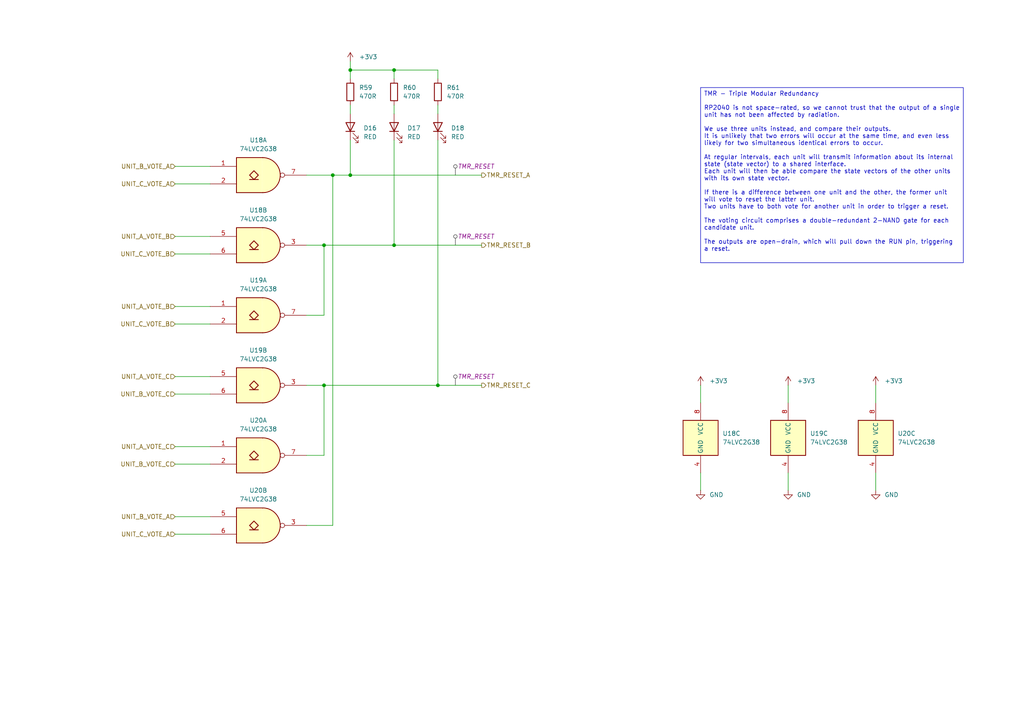
<source format=kicad_sch>
(kicad_sch (version 20231120) (generator "eeschema") (generator_version "8.0")
  (paper "A4")
  (title_block (title "CubeSat RP2040 Board") (date "2024-08-28") (rev "1") (company "Magnus Oksbøl Therkelsen") (comment 1 "Author: Magnus Oksbøl Therkelsen") (comment 2 "Checked by: "))
  (lib_symbols
    (symbol "74xGxx:74LVC2G38"
      (property "Reference" "U" (at -5.08 7.62 0))
      (property "Value" "74LVC2G38" (at 0 -7.62 0))
      (symbol "74LVC2G38_1_1"
        (arc (start 0 -5.08) (mid 5.0579 0) (end 0 5.08) (stroke (width 0.254)) (fill (type background)))
        (polyline (pts (xy -3.81 -1.27) (xy -1.27 -1.27)) (stroke (width 0.254)) (fill (type background)))
        (polyline (pts (xy 0 -5.08) (xy -7.62 -5.08) (xy -7.62 5.08) (xy 0 5.08)) (stroke (width 0.254)) (fill (type background)))
        (polyline (pts (xy -2.54 1.27) (xy -3.81 0) (xy -2.54 -1.27) (xy -1.27 0) (xy -2.54 1.27)) (stroke (width 0.254)) (fill (type background)))
        (pin input line (at -15.24 2.54 0) (length 7.62) (name "~") (number "1"))
        (pin input line (at -15.24 -2.54 0) (length 7.62) (name "~") (number "2"))
        (pin open_collector inverted (at 12.7 0 180) (length 7.62) (name "~") (number "7"))
      )
      (symbol "74LVC2G38_2_1"
        (arc (start 0 -5.08) (mid 5.0579 0) (end 0 5.08) (stroke (width 0.254)) (fill (type background)))
        (polyline (pts (xy -3.81 -1.27) (xy -1.27 -1.27)) (stroke (width 0.254)) (fill (type background)))
        (polyline (pts (xy 0 -5.08) (xy -7.62 -5.08) (xy -7.62 5.08) (xy 0 5.08)) (stroke (width 0.254)) (fill (type background)))
        (polyline (pts (xy -2.54 1.27) (xy -3.81 0) (xy -2.54 -1.27) (xy -1.27 0) (xy -2.54 1.27)) (stroke (width 0.254)) (fill (type background)))
        (pin open_collector inverted (at 12.7 0 180) (length 7.62) (name "~") (number "3"))
        (pin input line (at -15.24 2.54 0) (length 7.62) (name "~") (number "5"))
        (pin input line (at -15.24 -2.54 0) (length 7.62) (name "~") (number "6"))
      )
      (symbol "74LVC2G38_3_0"
        (rectangle (start -5.08 -5.08) (end 5.08 5.08) (stroke (width 0.254)) (fill (type background)))
      )
      (symbol "74LVC2G38_3_1"
        (pin power_in line (at 0 -10.16 90) (length 5.08) (name "GND") (number "4"))
        (pin power_in line (at 0 10.16 270) (length 5.08) (name "VCC") (number "8"))
      )
    )
    (symbol "Device:LED" (pin_numbers hide) (pin_names (offset 1.016) hide)
      (property "Reference" "D" (at 0 2.54 0))
      (property "Value" "LED" (at 0 -2.54 0))
      (symbol "LED_0_1"
        (polyline (pts (xy -1.27 -1.27) (xy -1.27 1.27)) (stroke (width 0.254)))
        (polyline (pts (xy -1.27 0) (xy 1.27 0)))
        (polyline (pts (xy 1.27 -1.27) (xy 1.27 1.27) (xy -1.27 0) (xy 1.27 -1.27)) (stroke (width 0.254)))
        (polyline (pts (xy -3.048 -0.762) (xy -4.572 -2.286) (xy -3.81 -2.286) (xy -4.572 -2.286) (xy -4.572 -1.524)))
        (polyline (pts (xy -1.778 -0.762) (xy -3.302 -2.286) (xy -2.54 -2.286) (xy -3.302 -2.286) (xy -3.302 -1.524)))
      )
      (symbol "LED_1_1"
        (pin passive line (at -3.81 0 0) (length 2.54) (name "K") (number "1"))
        (pin passive line (at 3.81 0 180) (length 2.54) (name "A") (number "2"))
      )
    )
    (symbol "Device:R" (pin_numbers hide) (pin_names (offset 0))
      (property "Reference" "R" (at 2.032 0 90))
      (property "Value" "R" (at 0 0 90))
      (symbol "R_0_1"
        (rectangle (start -1.016 -2.54) (end 1.016 2.54) (stroke (width 0.254)))
      )
      (symbol "R_1_1"
        (pin passive line (at 0 3.81 270) (length 1.27) (name "~") (number "1"))
        (pin passive line (at 0 -3.81 90) (length 1.27) (name "~") (number "2"))
      )
    )
    (symbol "power:+3V3" (power) (pin_numbers hide) (pin_names (offset 0) hide)
      (property "Value" "+3V3" (at 0 3.556 0))
      (symbol "+3V3_0_1"
        (polyline (pts (xy -0.762 1.27) (xy 0 2.54)))
        (polyline (pts (xy 0 0) (xy 0 2.54)))
        (polyline (pts (xy 0 2.54) (xy 0.762 1.27)))
      )
      (symbol "+3V3_1_1"
        (pin power_in line (at 0 0 90) (length 0) (name "~") (number "1"))
      )
    )
    (symbol "power:GND" (power) (pin_numbers hide) (pin_names (offset 0) hide)
      (property "Value" "GND" (at 0 -3.81 0))
      (symbol "GND_0_1"
        (polyline (pts (xy 0 0) (xy 0 -1.27) (xy 1.27 -1.27) (xy 0 -2.54) (xy -1.27 -1.27) (xy 0 -1.27)))
      )
      (symbol "GND_1_1"
        (pin power_in line (at 0 0 270) (length 0) (name "~") (number "1"))
      )
    )
  )
  (junction (at 96.52 50.8))
  (junction (at 114.3 20.32))
  (junction (at 101.6 50.8))
  (junction (at 101.6 20.32))
  (junction (at 93.98 111.76))
  (junction (at 93.98 71.12))
  (junction (at 127 111.76))
  (junction (at 114.3 71.12))
  (wire (pts (xy 101.6 50.8) (xy 139.7 50.8)))
  (wire (pts (xy 50.8 154.94) (xy 60.96 154.94)))
  (wire (pts (xy 203.2 111.76) (xy 203.2 116.84)))
  (wire (pts (xy 96.52 50.8) (xy 96.52 152.4)))
  (wire (pts (xy 50.8 68.58) (xy 60.96 68.58)))
  (wire (pts (xy 50.8 149.86) (xy 60.96 149.86)))
  (wire (pts (xy 127 111.76) (xy 139.7 111.76)))
  (wire (pts (xy 96.52 152.4) (xy 88.9 152.4)))
  (wire (pts (xy 50.8 129.54) (xy 60.96 129.54)))
  (wire (pts (xy 114.3 40.64) (xy 114.3 71.12)))
  (wire (pts (xy 228.6 137.16) (xy 228.6 142.24)))
  (wire (pts (xy 127 40.64) (xy 127 111.76)))
  (wire (pts (xy 114.3 20.32) (xy 114.3 22.86)))
  (wire (pts (xy 114.3 30.48) (xy 114.3 33.02)))
  (wire (pts (xy 50.8 73.66) (xy 60.96 73.66)))
  (wire (pts (xy 88.9 111.76) (xy 93.98 111.76)))
  (wire (pts (xy 228.6 111.76) (xy 228.6 116.84)))
  (wire (pts (xy 93.98 132.08) (xy 93.98 111.76)))
  (wire (pts (xy 101.6 22.86) (xy 101.6 20.32)))
  (wire (pts (xy 254 137.16) (xy 254 142.24)))
  (wire (pts (xy 93.98 91.44) (xy 88.9 91.44)))
  (wire (pts (xy 127 20.32) (xy 127 22.86)))
  (wire (pts (xy 101.6 20.32) (xy 114.3 20.32)))
  (wire (pts (xy 88.9 50.8) (xy 96.52 50.8)))
  (wire (pts (xy 101.6 30.48) (xy 101.6 33.02)))
  (wire (pts (xy 88.9 71.12) (xy 93.98 71.12)))
  (wire (pts (xy 50.8 48.26) (xy 60.96 48.26)))
  (wire (pts (xy 203.2 137.16) (xy 203.2 142.24)))
  (wire (pts (xy 50.8 114.3) (xy 60.96 114.3)))
  (wire (pts (xy 50.8 53.34) (xy 60.96 53.34)))
  (wire (pts (xy 88.9 132.08) (xy 93.98 132.08)))
  (wire (pts (xy 93.98 71.12) (xy 114.3 71.12)))
  (wire (pts (xy 93.98 71.12) (xy 93.98 91.44)))
  (wire (pts (xy 50.8 134.62) (xy 60.96 134.62)))
  (wire (pts (xy 254 111.76) (xy 254 116.84)))
  (wire (pts (xy 114.3 20.32) (xy 127 20.32)))
  (wire (pts (xy 50.8 109.22) (xy 60.96 109.22)))
  (wire (pts (xy 127 30.48) (xy 127 33.02)))
  (wire (pts (xy 50.8 88.9) (xy 60.96 88.9)))
  (wire (pts (xy 50.8 93.98) (xy 60.96 93.98)))
  (wire (pts (xy 114.3 71.12) (xy 139.7 71.12)))
  (wire (pts (xy 93.98 111.76) (xy 127 111.76)))
  (wire (pts (xy 101.6 17.78) (xy 101.6 20.32)))
  (wire (pts (xy 101.6 40.64) (xy 101.6 50.8)))
  (wire (pts (xy 96.52 50.8) (xy 101.6 50.8)))
  (text_box "TMR - Triple Modular Redundancy\n\nRP2040 is not space-rated, so we cannot trust that the output of a single unit has not been affected by radiation.\n\nWe use three units instead, and compare their outputs. \nIt is unlikely that two errors will occur at the same time, and even less likely for two simultaneous identical errors to occur.\n\nAt regular intervals, each unit will transmit information about its internal state (state vector) to a shared interface.\nEach unit will then be able compare the state vectors of the other units with its own state vector. \n\nIf there is a difference between one unit and the other, the former unit will vote to reset the latter unit.\nTwo units have to both vote for another unit in order to trigger a reset.\n\nThe voting circuit comprises a double-redundant 2-NAND gate for each candidate unit. \n\nThe outputs are open-drain, which will pull down the RUN pin, triggering a reset." (at 203.2 25.4 0) (size 76.2 50.8) (effects (font (size 1.27 1.27)) (justify left top)))
  (hierarchical_label "UNIT_A_VOTE_C" (shape input) (at 50.8 129.54 180))
  (hierarchical_label "TMR_RESET_A" (shape output) (at 139.7 50.8 0))
  (hierarchical_label "UNIT_B_VOTE_A" (shape input) (at 50.8 149.86 180))
  (hierarchical_label "UNIT_C_VOTE_B" (shape input) (at 50.8 93.98 180))
  (hierarchical_label "UNIT_C_VOTE_A" (shape input) (at 50.8 154.94 180))
  (hierarchical_label "UNIT_C_VOTE_B" (shape input) (at 50.8 73.66 180))
  (hierarchical_label "TMR_RESET_B" (shape output) (at 139.7 71.12 0))
  (hierarchical_label "UNIT_A_VOTE_B" (shape input) (at 50.8 88.9 180))
  (hierarchical_label "UNIT_A_VOTE_C" (shape input) (at 50.8 109.22 180))
  (hierarchical_label "UNIT_B_VOTE_C" (shape input) (at 50.8 134.62 180))
  (hierarchical_label "TMR_RESET_C" (shape output) (at 139.7 111.76 0))
  (hierarchical_label "UNIT_A_VOTE_B" (shape input) (at 50.8 68.58 180))
  (hierarchical_label "UNIT_B_VOTE_C" (shape input) (at 50.8 114.3 180))
  (hierarchical_label "UNIT_B_VOTE_A" (shape input) (at 50.8 48.26 180))
  (hierarchical_label "UNIT_C_VOTE_A" (shape input) (at 50.8 53.34 180))
  (netclass_flag "" (length 2.54) (shape round) (at 132.08 71.12 0) (property "Netclass" "TMR_RESET" (at 132.7785 68.58 0) (effects (font (italic yes)) (justify left))))
  (netclass_flag "" (length 2.54) (shape round) (at 132.08 111.76 0) (property "Netclass" "TMR_RESET" (at 132.7785 109.22 0) (effects (font (italic yes)) (justify left))))
  (netclass_flag "" (length 2.54) (shape round) (at 132.08 50.8 0) (property "Netclass" "TMR_RESET" (at 132.7785 48.26 0) (effects (font (italic yes)) (justify left))))
  (symbol (lib_id "power:+3V3") (at 101.6 17.78 0) (unit 1)
    (property "Reference" "#PWR0104" (effects (hide yes)))
    (property "Value" "+3V3" (at 104.14 16.5099 0) (effects (justify left)))
    (property "Description" "Power symbol creates a global label with name \"+3V3\"" (effects (hide yes)))
  )
  (symbol (lib_id "74xGxx:74LVC2G38") (at 254 127 0) (unit 3)
    (property "Reference" "U20" (at 260.35 125.7299 0) (effects (justify left)))
    (property "Value" "74LVC2G38" (at 260.35 128.2699 0) (effects (justify left)))
    (property "Footprint" "Package_SO:TSSOP-8_3x3mm_P0.65mm" (effects (hide yes)))
    (property "Datasheet" "http://www.ti.com/lit/sg/scyt129e/scyt129e.pdf" (effects (hide yes)))
    (property "Description" "Dual NAND Gate, Open Drain, Low-Voltage CMOS" (effects (hide yes)))
    (property "LCSC_Part_Number" "C548654" (effects (hide yes)))
    (property "Manufacturer_Name" "Nexperia" (effects (hide yes)))
    (property "Manufacturer_Part_Number" "74LVC2G38DP,125" (effects (hide yes)))
  )
  (symbol (lib_id "74xGxx:74LVC2G38") (at 203.2 127 0) (unit 3)
    (property "Reference" "U18" (at 209.55 125.7299 0) (effects (justify left)))
    (property "Value" "74LVC2G38" (at 209.55 128.2699 0) (effects (justify left)))
    (property "Footprint" "Package_SO:TSSOP-8_3x3mm_P0.65mm" (effects (hide yes)))
    (property "Datasheet" "http://www.ti.com/lit/sg/scyt129e/scyt129e.pdf" (effects (hide yes)))
    (property "Description" "Dual NAND Gate, Open Drain, Low-Voltage CMOS" (effects (hide yes)))
    (property "LCSC_Part_Number" "C548654" (effects (hide yes)))
    (property "Manufacturer_Name" "Nexperia" (effects (hide yes)))
    (property "Manufacturer_Part_Number" "74LVC2G38DP,125" (effects (hide yes)))
  )
  (symbol (lib_id "Device:LED") (at 127 36.83 90) (unit 1)
    (property "Reference" "D18" (at 130.81 37.1474 90) (effects (justify right)))
    (property "Value" "RED" (at 130.81 39.6874 90) (effects (justify right)))
    (property "Footprint" "LED_SMD:LED_0402_1005Metric" (effects (hide yes)))
    (property "Description" "Light emitting diode" (effects (hide yes)))
    (property "LCSC_Part_Number" "C364553" (effects (hide yes)))
    (property "Manufacturer_Name" "Lite-On" (effects (hide yes)))
    (property "Manufacturer_Part_Number" "LTST-C281KRKT-5A" (effects (hide yes)))
  )
  (symbol (lib_id "power:+3V3") (at 254 111.76 0) (unit 1)
    (property "Reference" "#PWR0109" (effects (hide yes)))
    (property "Value" "+3V3" (at 256.54 110.4899 0) (effects (justify left)))
    (property "Description" "Power symbol creates a global label with name \"+3V3\"" (effects (hide yes)))
  )
  (symbol (lib_id "Device:R") (at 127 26.67 0) (unit 1)
    (property "Reference" "R61" (at 129.54 25.3999 0) (effects (justify left)))
    (property "Value" "470R" (at 129.54 27.9399 0) (effects (justify left)))
    (property "Footprint" "cubesat_rp2040:R_0402_1005Metric" (effects (hide yes)))
    (property "Description" "Resistor" (effects (hide yes)))
    (property "LCSC_Part_Number" "C445590" (effects (hide yes)))
    (property "Manufacturer_Name" "PANASONIC" (effects (hide yes)))
    (property "Manufacturer_Part_Number" "ERA2AEB471X" (effects (hide yes)))
  )
  (symbol (lib_id "74xGxx:74LVC2G38") (at 76.2 91.44 0) (unit 1)
    (property "Reference" "U19" (at 74.9189 81.28 0))
    (property "Value" "74LVC2G38" (at 74.9189 83.82 0))
    (property "Footprint" "Package_SO:TSSOP-8_3x3mm_P0.65mm" (effects (hide yes)))
    (property "Datasheet" "http://www.ti.com/lit/sg/scyt129e/scyt129e.pdf" (effects (hide yes)))
    (property "Description" "Dual NAND Gate, Open Drain, Low-Voltage CMOS" (effects (hide yes)))
    (property "LCSC_Part_Number" "C548654" (effects (hide yes)))
    (property "Manufacturer_Name" "Nexperia" (effects (hide yes)))
    (property "Manufacturer_Part_Number" "74LVC2G38DP,125" (effects (hide yes)))
  )
  (symbol (lib_id "Device:R") (at 101.6 26.67 0) (unit 1)
    (property "Reference" "R59" (at 104.14 25.3999 0) (effects (justify left)))
    (property "Value" "470R" (at 104.14 27.9399 0) (effects (justify left)))
    (property "Footprint" "cubesat_rp2040:R_0402_1005Metric" (effects (hide yes)))
    (property "Description" "Resistor" (effects (hide yes)))
    (property "LCSC_Part_Number" "C445590" (effects (hide yes)))
    (property "Manufacturer_Name" "PANASONIC" (effects (hide yes)))
    (property "Manufacturer_Part_Number" "ERA2AEB471X" (effects (hide yes)))
  )
  (symbol (lib_id "Device:LED") (at 114.3 36.83 90) (unit 1)
    (property "Reference" "D17" (at 118.11 37.1474 90) (effects (justify right)))
    (property "Value" "RED" (at 118.11 39.6874 90) (effects (justify right)))
    (property "Footprint" "LED_SMD:LED_0402_1005Metric" (effects (hide yes)))
    (property "Description" "Light emitting diode" (effects (hide yes)))
    (property "LCSC_Part_Number" "C364553" (effects (hide yes)))
    (property "Manufacturer_Name" "Lite-On" (effects (hide yes)))
    (property "Manufacturer_Part_Number" "LTST-C281KRKT-5A" (effects (hide yes)))
  )
  (symbol (lib_id "74xGxx:74LVC2G38") (at 76.2 71.12 0) (unit 2)
    (property "Reference" "U18" (at 74.9189 60.96 0))
    (property "Value" "74LVC2G38" (at 74.9189 63.5 0))
    (property "Footprint" "Package_SO:TSSOP-8_3x3mm_P0.65mm" (effects (hide yes)))
    (property "Datasheet" "http://www.ti.com/lit/sg/scyt129e/scyt129e.pdf" (effects (hide yes)))
    (property "Description" "Dual NAND Gate, Open Drain, Low-Voltage CMOS" (effects (hide yes)))
    (property "LCSC_Part_Number" "C548654" (effects (hide yes)))
    (property "Manufacturer_Name" "Nexperia" (effects (hide yes)))
    (property "Manufacturer_Part_Number" "74LVC2G38DP,125" (effects (hide yes)))
  )
  (symbol (lib_id "Device:R") (at 114.3 26.67 0) (unit 1)
    (property "Reference" "R60" (at 116.84 25.3999 0) (effects (justify left)))
    (property "Value" "470R" (at 116.84 27.9399 0) (effects (justify left)))
    (property "Footprint" "cubesat_rp2040:R_0402_1005Metric" (effects (hide yes)))
    (property "Description" "Resistor" (effects (hide yes)))
    (property "LCSC_Part_Number" "C445590" (effects (hide yes)))
    (property "Manufacturer_Name" "PANASONIC" (effects (hide yes)))
    (property "Manufacturer_Part_Number" "ERA2AEB471X" (effects (hide yes)))
  )
  (symbol (lib_id "74xGxx:74LVC2G38") (at 228.6 127 0) (unit 3)
    (property "Reference" "U19" (at 234.95 125.7299 0) (effects (justify left)))
    (property "Value" "74LVC2G38" (at 234.95 128.2699 0) (effects (justify left)))
    (property "Footprint" "Package_SO:TSSOP-8_3x3mm_P0.65mm" (effects (hide yes)))
    (property "Datasheet" "http://www.ti.com/lit/sg/scyt129e/scyt129e.pdf" (effects (hide yes)))
    (property "Description" "Dual NAND Gate, Open Drain, Low-Voltage CMOS" (effects (hide yes)))
    (property "LCSC_Part_Number" "C548654" (effects (hide yes)))
    (property "Manufacturer_Name" "Nexperia" (effects (hide yes)))
    (property "Manufacturer_Part_Number" "74LVC2G38DP,125" (effects (hide yes)))
  )
  (symbol (lib_id "Device:LED") (at 101.6 36.83 90) (unit 1)
    (property "Reference" "D16" (at 105.41 37.1474 90) (effects (justify right)))
    (property "Value" "RED" (at 105.41 39.6874 90) (effects (justify right)))
    (property "Footprint" "LED_SMD:LED_0402_1005Metric" (effects (hide yes)))
    (property "Description" "Light emitting diode" (effects (hide yes)))
    (property "LCSC_Part_Number" "C364553" (effects (hide yes)))
    (property "Manufacturer_Name" "Lite-On" (effects (hide yes)))
    (property "Manufacturer_Part_Number" "LTST-C281KRKT-5A" (effects (hide yes)))
  )
  (symbol (lib_id "power:GND") (at 228.6 142.24 0) (unit 1)
    (property "Reference" "#PWR0108" (effects (hide yes)))
    (property "Value" "GND" (at 231.14 143.5099 0) (effects (justify left)))
    (property "Description" "Power symbol creates a global label with name \"GND\" , ground" (effects (hide yes)))
  )
  (symbol (lib_id "power:+3V3") (at 203.2 111.76 0) (unit 1)
    (property "Reference" "#PWR0105" (effects (hide yes)))
    (property "Value" "+3V3" (at 205.74 110.4899 0) (effects (justify left)))
    (property "Description" "Power symbol creates a global label with name \"+3V3\"" (effects (hide yes)))
  )
  (symbol (lib_id "power:GND") (at 254 142.24 0) (unit 1)
    (property "Reference" "#PWR0110" (effects (hide yes)))
    (property "Value" "GND" (at 256.54 143.5099 0) (effects (justify left)))
    (property "Description" "Power symbol creates a global label with name \"GND\" , ground" (effects (hide yes)))
  )
  (symbol (lib_id "74xGxx:74LVC2G38") (at 76.2 152.4 0) (unit 2)
    (property "Reference" "U20" (at 74.9189 142.24 0))
    (property "Value" "74LVC2G38" (at 74.9189 144.78 0))
    (property "Footprint" "Package_SO:TSSOP-8_3x3mm_P0.65mm" (effects (hide yes)))
    (property "Datasheet" "http://www.ti.com/lit/sg/scyt129e/scyt129e.pdf" (effects (hide yes)))
    (property "Description" "Dual NAND Gate, Open Drain, Low-Voltage CMOS" (effects (hide yes)))
    (property "LCSC_Part_Number" "C548654" (effects (hide yes)))
    (property "Manufacturer_Name" "Nexperia" (effects (hide yes)))
    (property "Manufacturer_Part_Number" "74LVC2G38DP,125" (effects (hide yes)))
  )
  (symbol (lib_id "power:+3V3") (at 228.6 111.76 0) (unit 1)
    (property "Reference" "#PWR0107" (effects (hide yes)))
    (property "Value" "+3V3" (at 231.14 110.4899 0) (effects (justify left)))
    (property "Description" "Power symbol creates a global label with name \"+3V3\"" (effects (hide yes)))
  )
  (symbol (lib_id "74xGxx:74LVC2G38") (at 76.2 50.8 0) (unit 1)
    (property "Reference" "U18" (at 74.9189 40.64 0))
    (property "Value" "74LVC2G38" (at 74.9189 43.18 0))
    (property "Footprint" "Package_SO:TSSOP-8_3x3mm_P0.65mm" (effects (hide yes)))
    (property "Datasheet" "http://www.ti.com/lit/sg/scyt129e/scyt129e.pdf" (effects (hide yes)))
    (property "Description" "Dual NAND Gate, Open Drain, Low-Voltage CMOS" (effects (hide yes)))
    (property "LCSC_Part_Number" "C548654" (effects (hide yes)))
    (property "Manufacturer_Name" "Nexperia" (effects (hide yes)))
    (property "Manufacturer_Part_Number" "74LVC2G38DP,125" (effects (hide yes)))
  )
  (symbol (lib_id "74xGxx:74LVC2G38") (at 76.2 111.76 0) (unit 2)
    (property "Reference" "U19" (at 74.9189 101.6 0))
    (property "Value" "74LVC2G38" (at 74.9189 104.14 0))
    (property "Footprint" "Package_SO:TSSOP-8_3x3mm_P0.65mm" (effects (hide yes)))
    (property "Datasheet" "http://www.ti.com/lit/sg/scyt129e/scyt129e.pdf" (effects (hide yes)))
    (property "Description" "Dual NAND Gate, Open Drain, Low-Voltage CMOS" (effects (hide yes)))
    (property "LCSC_Part_Number" "C548654" (effects (hide yes)))
    (property "Manufacturer_Name" "Nexperia" (effects (hide yes)))
    (property "Manufacturer_Part_Number" "74LVC2G38DP,125" (effects (hide yes)))
  )
  (symbol (lib_id "74xGxx:74LVC2G38") (at 76.2 132.08 0) (unit 1)
    (property "Reference" "U20" (at 74.9189 121.92 0))
    (property "Value" "74LVC2G38" (at 74.9189 124.46 0))
    (property "Footprint" "Package_SO:TSSOP-8_3x3mm_P0.65mm" (effects (hide yes)))
    (property "Datasheet" "http://www.ti.com/lit/sg/scyt129e/scyt129e.pdf" (effects (hide yes)))
    (property "Description" "Dual NAND Gate, Open Drain, Low-Voltage CMOS" (effects (hide yes)))
    (property "LCSC_Part_Number" "C548654" (effects (hide yes)))
    (property "Manufacturer_Name" "Nexperia" (effects (hide yes)))
    (property "Manufacturer_Part_Number" "74LVC2G38DP,125" (effects (hide yes)))
  )
  (symbol (lib_id "power:GND") (at 203.2 142.24 0) (unit 1)
    (property "Reference" "#PWR0106" (effects (hide yes)))
    (property "Value" "GND" (at 205.74 143.5099 0) (effects (justify left)))
    (property "Description" "Power symbol creates a global label with name \"GND\" , ground" (effects (hide yes)))
  )
)
</source>
